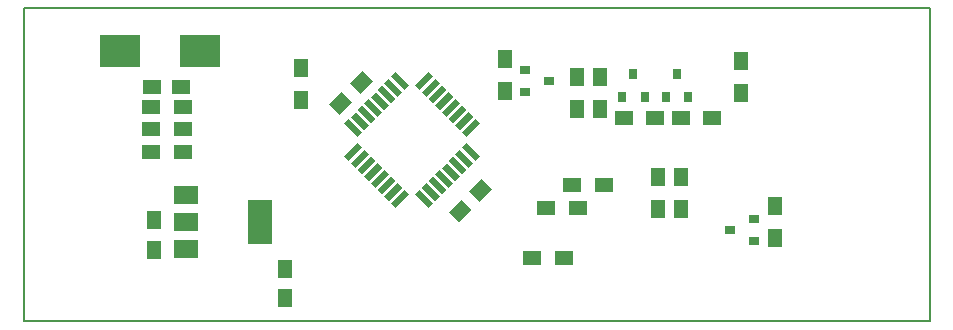
<source format=gbp>
G04 #@! TF.FileFunction,Paste,Bot*
%FSLAX46Y46*%
G04 Gerber Fmt 4.6, Leading zero omitted, Abs format (unit mm)*
G04 Created by KiCad (PCBNEW 4.0.7) date 11/22/17 14:23:38*
%MOMM*%
%LPD*%
G01*
G04 APERTURE LIST*
%ADD10C,0.100000*%
%ADD11C,0.150000*%
%ADD12R,1.250000X1.500000*%
%ADD13R,1.500000X1.250000*%
%ADD14R,1.300000X1.500000*%
%ADD15R,1.500000X1.300000*%
%ADD16R,2.000000X3.800000*%
%ADD17R,2.000000X1.500000*%
%ADD18R,0.900000X0.800000*%
%ADD19R,0.800000X0.900000*%
%ADD20R,3.500000X2.700000*%
G04 APERTURE END LIST*
D10*
D11*
X18034000Y-22352000D02*
X18542000Y-22352000D01*
X18034000Y-23431500D02*
X18034000Y-22352000D01*
X94742000Y-22352000D02*
X94742000Y-23431500D01*
X18034000Y-48831500D02*
X18034000Y-23431500D01*
X39878000Y-48831500D02*
X18034000Y-48831500D01*
X94742000Y-48831500D02*
X39878000Y-48831500D01*
X94742000Y-47307500D02*
X94742000Y-48831500D01*
X94742000Y-23431500D02*
X94742000Y-47307500D01*
X18542000Y-22352000D02*
X94742000Y-22352000D01*
D10*
G36*
X56672243Y-34861036D02*
X56283334Y-35249945D01*
X55151963Y-34118574D01*
X55540872Y-33729665D01*
X56672243Y-34861036D01*
X56672243Y-34861036D01*
G37*
G36*
X56106557Y-35426721D02*
X55717648Y-35815630D01*
X54586277Y-34684259D01*
X54975186Y-34295350D01*
X56106557Y-35426721D01*
X56106557Y-35426721D01*
G37*
G36*
X55540872Y-35992407D02*
X55151963Y-36381316D01*
X54020592Y-35249945D01*
X54409501Y-34861036D01*
X55540872Y-35992407D01*
X55540872Y-35992407D01*
G37*
G36*
X54975187Y-36558092D02*
X54586278Y-36947001D01*
X53454907Y-35815630D01*
X53843816Y-35426721D01*
X54975187Y-36558092D01*
X54975187Y-36558092D01*
G37*
G36*
X54409501Y-37123778D02*
X54020592Y-37512687D01*
X52889221Y-36381316D01*
X53278130Y-35992407D01*
X54409501Y-37123778D01*
X54409501Y-37123778D01*
G37*
G36*
X53843816Y-37689463D02*
X53454907Y-38078372D01*
X52323536Y-36947001D01*
X52712445Y-36558092D01*
X53843816Y-37689463D01*
X53843816Y-37689463D01*
G37*
G36*
X53278130Y-38255148D02*
X52889221Y-38644057D01*
X51757850Y-37512686D01*
X52146759Y-37123777D01*
X53278130Y-38255148D01*
X53278130Y-38255148D01*
G37*
G36*
X52712445Y-38820834D02*
X52323536Y-39209743D01*
X51192165Y-38078372D01*
X51581074Y-37689463D01*
X52712445Y-38820834D01*
X52712445Y-38820834D01*
G37*
G36*
X49530464Y-39209743D02*
X49141555Y-38820834D01*
X50272926Y-37689463D01*
X50661835Y-38078372D01*
X49530464Y-39209743D01*
X49530464Y-39209743D01*
G37*
G36*
X48964779Y-38644057D02*
X48575870Y-38255148D01*
X49707241Y-37123777D01*
X50096150Y-37512686D01*
X48964779Y-38644057D01*
X48964779Y-38644057D01*
G37*
G36*
X48399093Y-38078372D02*
X48010184Y-37689463D01*
X49141555Y-36558092D01*
X49530464Y-36947001D01*
X48399093Y-38078372D01*
X48399093Y-38078372D01*
G37*
G36*
X47833408Y-37512687D02*
X47444499Y-37123778D01*
X48575870Y-35992407D01*
X48964779Y-36381316D01*
X47833408Y-37512687D01*
X47833408Y-37512687D01*
G37*
G36*
X47267722Y-36947001D02*
X46878813Y-36558092D01*
X48010184Y-35426721D01*
X48399093Y-35815630D01*
X47267722Y-36947001D01*
X47267722Y-36947001D01*
G37*
G36*
X46702037Y-36381316D02*
X46313128Y-35992407D01*
X47444499Y-34861036D01*
X47833408Y-35249945D01*
X46702037Y-36381316D01*
X46702037Y-36381316D01*
G37*
G36*
X46136352Y-35815630D02*
X45747443Y-35426721D01*
X46878814Y-34295350D01*
X47267723Y-34684259D01*
X46136352Y-35815630D01*
X46136352Y-35815630D01*
G37*
G36*
X45570666Y-35249945D02*
X45181757Y-34861036D01*
X46313128Y-33729665D01*
X46702037Y-34118574D01*
X45570666Y-35249945D01*
X45570666Y-35249945D01*
G37*
G36*
X46702037Y-32810426D02*
X46313128Y-33199335D01*
X45181757Y-32067964D01*
X45570666Y-31679055D01*
X46702037Y-32810426D01*
X46702037Y-32810426D01*
G37*
G36*
X47267723Y-32244741D02*
X46878814Y-32633650D01*
X45747443Y-31502279D01*
X46136352Y-31113370D01*
X47267723Y-32244741D01*
X47267723Y-32244741D01*
G37*
G36*
X47833408Y-31679055D02*
X47444499Y-32067964D01*
X46313128Y-30936593D01*
X46702037Y-30547684D01*
X47833408Y-31679055D01*
X47833408Y-31679055D01*
G37*
G36*
X48399093Y-31113370D02*
X48010184Y-31502279D01*
X46878813Y-30370908D01*
X47267722Y-29981999D01*
X48399093Y-31113370D01*
X48399093Y-31113370D01*
G37*
G36*
X48964779Y-30547684D02*
X48575870Y-30936593D01*
X47444499Y-29805222D01*
X47833408Y-29416313D01*
X48964779Y-30547684D01*
X48964779Y-30547684D01*
G37*
G36*
X49530464Y-29981999D02*
X49141555Y-30370908D01*
X48010184Y-29239537D01*
X48399093Y-28850628D01*
X49530464Y-29981999D01*
X49530464Y-29981999D01*
G37*
G36*
X50096150Y-29416314D02*
X49707241Y-29805223D01*
X48575870Y-28673852D01*
X48964779Y-28284943D01*
X50096150Y-29416314D01*
X50096150Y-29416314D01*
G37*
G36*
X50661835Y-28850628D02*
X50272926Y-29239537D01*
X49141555Y-28108166D01*
X49530464Y-27719257D01*
X50661835Y-28850628D01*
X50661835Y-28850628D01*
G37*
G36*
X51581074Y-29239537D02*
X51192165Y-28850628D01*
X52323536Y-27719257D01*
X52712445Y-28108166D01*
X51581074Y-29239537D01*
X51581074Y-29239537D01*
G37*
G36*
X52146759Y-29805223D02*
X51757850Y-29416314D01*
X52889221Y-28284943D01*
X53278130Y-28673852D01*
X52146759Y-29805223D01*
X52146759Y-29805223D01*
G37*
G36*
X52712445Y-30370908D02*
X52323536Y-29981999D01*
X53454907Y-28850628D01*
X53843816Y-29239537D01*
X52712445Y-30370908D01*
X52712445Y-30370908D01*
G37*
G36*
X53278130Y-30936593D02*
X52889221Y-30547684D01*
X54020592Y-29416313D01*
X54409501Y-29805222D01*
X53278130Y-30936593D01*
X53278130Y-30936593D01*
G37*
G36*
X53843816Y-31502279D02*
X53454907Y-31113370D01*
X54586278Y-29981999D01*
X54975187Y-30370908D01*
X53843816Y-31502279D01*
X53843816Y-31502279D01*
G37*
G36*
X54409501Y-32067964D02*
X54020592Y-31679055D01*
X55151963Y-30547684D01*
X55540872Y-30936593D01*
X54409501Y-32067964D01*
X54409501Y-32067964D01*
G37*
G36*
X54975186Y-32633650D02*
X54586277Y-32244741D01*
X55717648Y-31113370D01*
X56106557Y-31502279D01*
X54975186Y-32633650D01*
X54975186Y-32633650D01*
G37*
G36*
X55540872Y-33199335D02*
X55151963Y-32810426D01*
X56283334Y-31679055D01*
X56672243Y-32067964D01*
X55540872Y-33199335D01*
X55540872Y-33199335D01*
G37*
D12*
X29083000Y-40279000D03*
X29083000Y-42779000D03*
X40195500Y-44386500D03*
X40195500Y-46886500D03*
D10*
G36*
X44798529Y-31332855D02*
X43914645Y-30448971D01*
X44975305Y-29388311D01*
X45859189Y-30272195D01*
X44798529Y-31332855D01*
X44798529Y-31332855D01*
G37*
G36*
X46566295Y-29565089D02*
X45682411Y-28681205D01*
X46743071Y-27620545D01*
X47626955Y-28504429D01*
X46566295Y-29565089D01*
X46566295Y-29565089D01*
G37*
D13*
X31369000Y-29019500D03*
X28869000Y-29019500D03*
D14*
X41529000Y-30068500D03*
X41529000Y-27368500D03*
D15*
X31496000Y-30670500D03*
X28796000Y-30670500D03*
X31496000Y-32575500D03*
X28796000Y-32575500D03*
X31496000Y-34480500D03*
X28796000Y-34480500D03*
D16*
X38062047Y-40453000D03*
D17*
X31762047Y-40453000D03*
X31762047Y-38153000D03*
X31762047Y-42753000D03*
D10*
G36*
X54902612Y-40469272D02*
X54018728Y-39585388D01*
X55079388Y-38524728D01*
X55963272Y-39408612D01*
X54902612Y-40469272D01*
X54902612Y-40469272D01*
G37*
G36*
X56670378Y-38701506D02*
X55786494Y-37817622D01*
X56847154Y-36756962D01*
X57731038Y-37640846D01*
X56670378Y-38701506D01*
X56670378Y-38701506D01*
G37*
D18*
X79851000Y-40134500D03*
X79851000Y-42034500D03*
X77851000Y-41084500D03*
D19*
X74292500Y-29876500D03*
X72392500Y-29876500D03*
X73342500Y-27876500D03*
X70609500Y-29876500D03*
X68709500Y-29876500D03*
X69659500Y-27876500D03*
D18*
X60484000Y-29461500D03*
X60484000Y-27561500D03*
X62484000Y-28511500D03*
D14*
X81661000Y-39052500D03*
X81661000Y-41752500D03*
X64897000Y-28130500D03*
X64897000Y-30830500D03*
X66865500Y-28130500D03*
X66865500Y-30830500D03*
X78740000Y-26827500D03*
X78740000Y-29527500D03*
X73660000Y-39339500D03*
X73660000Y-36639500D03*
X71755000Y-39339500D03*
X71755000Y-36639500D03*
D15*
X67183000Y-37274500D03*
X64483000Y-37274500D03*
X64960500Y-39243000D03*
X62260500Y-39243000D03*
X63754000Y-43497500D03*
X61054000Y-43497500D03*
X76360000Y-31623000D03*
X73660000Y-31623000D03*
X71534000Y-31623000D03*
X68834000Y-31623000D03*
D14*
X58801000Y-29306500D03*
X58801000Y-26606500D03*
D20*
X32956500Y-25971500D03*
X26156500Y-25971500D03*
M02*

</source>
